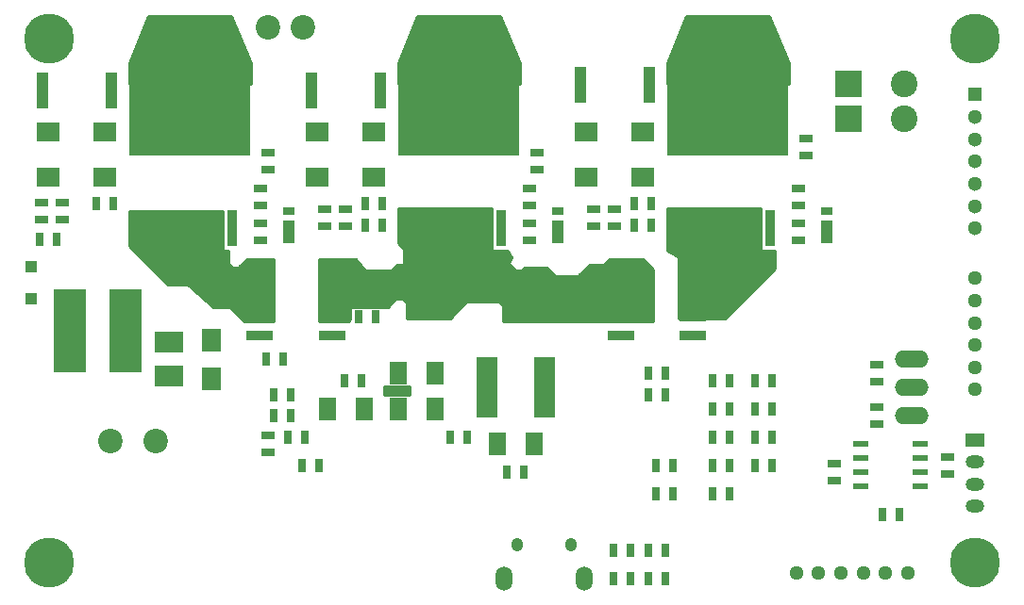
<source format=gbr>
G04 #@! TF.FileFunction,Soldermask,Bot*
%FSLAX46Y46*%
G04 Gerber Fmt 4.6, Leading zero omitted, Abs format (unit mm)*
G04 Created by KiCad (PCBNEW 4.0.7-e1-6374~58~ubuntu14.04.1) date Fri Aug 18 10:51:15 2017*
%MOMM*%
%LPD*%
G01*
G04 APERTURE LIST*
%ADD10C,0.100000*%
%ADD11R,0.635000X1.143000*%
%ADD12R,1.143000X0.635000*%
%ADD13R,2.499360X1.950720*%
%ADD14R,1.849120X5.499100*%
%ADD15R,1.524000X2.032000*%
%ADD16R,1.100000X1.100000*%
%ADD17R,1.699260X2.100580*%
%ADD18R,1.100000X0.800000*%
%ADD19R,1.100000X2.000000*%
%ADD20R,2.159000X1.778000*%
%ADD21O,3.048000X1.524000*%
%ADD22R,2.997200X7.498080*%
%ADD23C,1.300480*%
%ADD24R,1.300000X1.300000*%
%ADD25C,1.300000*%
%ADD26R,1.699260X1.198880*%
%ADD27O,1.699260X1.198880*%
%ADD28R,10.800080X8.150860*%
%ADD29R,0.899160X3.200400*%
%ADD30R,1.000000X3.200000*%
%ADD31R,2.438400X5.588000*%
%ADD32R,2.438400X0.889000*%
%ADD33R,1.399540X0.599440*%
%ADD34O,1.050000X1.250000*%
%ADD35O,1.500000X2.200000*%
%ADD36C,4.500000*%
%ADD37C,2.200000*%
%ADD38R,2.400000X2.400000*%
%ADD39C,2.400000*%
%ADD40C,0.254000*%
G04 APERTURE END LIST*
D10*
D11*
X84582000Y-74930000D03*
X83058000Y-74930000D03*
X106807000Y-71755000D03*
X105283000Y-71755000D03*
D12*
X116205000Y-65278000D03*
X116205000Y-66802000D03*
D11*
X101473000Y-76835000D03*
X102997000Y-76835000D03*
X101473000Y-74295000D03*
X102997000Y-74295000D03*
X97917000Y-76835000D03*
X96393000Y-76835000D03*
X101473000Y-66675000D03*
X102997000Y-66675000D03*
X97282000Y-67945000D03*
X95758000Y-67945000D03*
X95758000Y-66040000D03*
X97282000Y-66040000D03*
X96393000Y-74295000D03*
X97917000Y-74295000D03*
X62103000Y-69850000D03*
X63627000Y-69850000D03*
D12*
X61595000Y-71628000D03*
X61595000Y-73152000D03*
X43180000Y-50673000D03*
X43180000Y-52197000D03*
X68580000Y-51308000D03*
X68580000Y-52832000D03*
X92710000Y-51308000D03*
X92710000Y-52832000D03*
D11*
X101473000Y-71755000D03*
X102997000Y-71755000D03*
X105283000Y-74295000D03*
X106807000Y-74295000D03*
D13*
X52705000Y-63246000D03*
X52705000Y-66294000D03*
D11*
X101473000Y-69215000D03*
X102997000Y-69215000D03*
D14*
X86395560Y-67310000D03*
X81244440Y-67310000D03*
D15*
X70231000Y-69215000D03*
X66929000Y-69215000D03*
X82169000Y-72390000D03*
X85471000Y-72390000D03*
X76581000Y-69215000D03*
X73279000Y-69215000D03*
D11*
X46228000Y-50800000D03*
X47752000Y-50800000D03*
X70358000Y-50800000D03*
X71882000Y-50800000D03*
D15*
X76581000Y-66040000D03*
X73279000Y-66040000D03*
D11*
X94488000Y-50800000D03*
X96012000Y-50800000D03*
D12*
X41275000Y-50673000D03*
X41275000Y-52197000D03*
X66675000Y-51308000D03*
X66675000Y-52832000D03*
X90805000Y-51308000D03*
X90805000Y-52832000D03*
X112395000Y-74168000D03*
X112395000Y-75692000D03*
D16*
X40386000Y-56462000D03*
X40386000Y-59362000D03*
D17*
X56515000Y-63040260D03*
X56515000Y-66499740D03*
D18*
X63500000Y-51455000D03*
D19*
X63500000Y-53355000D03*
D18*
X87630000Y-51455000D03*
D19*
X87630000Y-53355000D03*
D18*
X111760000Y-51455000D03*
D19*
X111760000Y-53355000D03*
D20*
X46990000Y-44323000D03*
X46990000Y-48387000D03*
X41910000Y-48387000D03*
X41910000Y-44323000D03*
X71120000Y-44323000D03*
X71120000Y-48387000D03*
X66040000Y-48387000D03*
X66040000Y-44323000D03*
X95250000Y-44323000D03*
X95250000Y-48387000D03*
X90170000Y-48387000D03*
X90170000Y-44323000D03*
D21*
X119380000Y-69850000D03*
X119380000Y-67310000D03*
X119380000Y-64770000D03*
D22*
X43855640Y-62230000D03*
X48854360Y-62230000D03*
D23*
X112999240Y-84000000D03*
X115000760Y-84000000D03*
X116999740Y-84000000D03*
X119001260Y-84000000D03*
X111000260Y-84000000D03*
X108998740Y-84000000D03*
X125000000Y-63500760D03*
X125000000Y-61499240D03*
X125000000Y-59500260D03*
X125000000Y-57498740D03*
X125000000Y-65499740D03*
X125000000Y-67501260D03*
D24*
X125000000Y-40995440D03*
D25*
X125000000Y-44998480D03*
X125000000Y-42996960D03*
X125000000Y-46997460D03*
X125000000Y-48998980D03*
X125000000Y-51000500D03*
X125000000Y-52999480D03*
D26*
X125000000Y-71997720D03*
D27*
X125000000Y-76000760D03*
X125000000Y-73999240D03*
X125000000Y-77999740D03*
D28*
X54610000Y-42359580D03*
D29*
X58420000Y-52961540D03*
X57150000Y-52961540D03*
X55880000Y-52961540D03*
X53340000Y-52961540D03*
X52070000Y-52961540D03*
X50800000Y-52961540D03*
D28*
X78740000Y-42359580D03*
D29*
X82550000Y-52961540D03*
X81280000Y-52961540D03*
X80010000Y-52961540D03*
X77470000Y-52961540D03*
X76200000Y-52961540D03*
X74930000Y-52961540D03*
D28*
X102870000Y-42359580D03*
D29*
X106680000Y-52961540D03*
X105410000Y-52961540D03*
X104140000Y-52961540D03*
X101600000Y-52961540D03*
X100330000Y-52961540D03*
X99060000Y-52961540D03*
D11*
X106807000Y-66675000D03*
X105283000Y-66675000D03*
X106807000Y-69215000D03*
X105283000Y-69215000D03*
D12*
X116205000Y-70612000D03*
X116205000Y-69088000D03*
D11*
X97282000Y-84455000D03*
X95758000Y-84455000D03*
X94107000Y-84455000D03*
X92583000Y-84455000D03*
X97282000Y-81915000D03*
X95758000Y-81915000D03*
X94107000Y-81915000D03*
X92583000Y-81915000D03*
D30*
X47550000Y-40640000D03*
X41350000Y-40640000D03*
D11*
X63373000Y-71755000D03*
X64897000Y-71755000D03*
X66167000Y-74295000D03*
X64643000Y-74295000D03*
X62103000Y-67945000D03*
X63627000Y-67945000D03*
X94488000Y-52705000D03*
X96012000Y-52705000D03*
X69977000Y-66675000D03*
X68453000Y-66675000D03*
X70358000Y-52705000D03*
X71882000Y-52705000D03*
D12*
X60960000Y-52578000D03*
X60960000Y-54102000D03*
X60960000Y-49403000D03*
X60960000Y-50927000D03*
D30*
X71680000Y-40640000D03*
X65480000Y-40640000D03*
D11*
X41148000Y-53975000D03*
X42672000Y-53975000D03*
D12*
X85090000Y-52578000D03*
X85090000Y-54102000D03*
X85090000Y-50927000D03*
X85090000Y-49403000D03*
D30*
X95810000Y-40132000D03*
X89610000Y-40132000D03*
D12*
X109220000Y-52578000D03*
X109220000Y-54102000D03*
X109220000Y-49403000D03*
X109220000Y-50927000D03*
D11*
X61468000Y-64770000D03*
X62992000Y-64770000D03*
X69723000Y-60960000D03*
X71247000Y-60960000D03*
D31*
X60896500Y-58547000D03*
X67373500Y-58547000D03*
D32*
X60896500Y-62674500D03*
X67373500Y-62674500D03*
D31*
X93281500Y-58547000D03*
X99758500Y-58547000D03*
D32*
X93281500Y-62674500D03*
X99758500Y-62674500D03*
D12*
X122555000Y-75057000D03*
X122555000Y-73533000D03*
D11*
X118237000Y-78740000D03*
X116713000Y-78740000D03*
D33*
X120142000Y-76200000D03*
X114808000Y-76200000D03*
X120142000Y-74930000D03*
X120142000Y-73660000D03*
X120142000Y-72390000D03*
X114808000Y-74930000D03*
X114808000Y-73660000D03*
X114808000Y-72390000D03*
D34*
X83935000Y-81455000D03*
X88785000Y-81455000D03*
D35*
X82760000Y-84455000D03*
X89960000Y-84455000D03*
D12*
X61595000Y-47752000D03*
X61595000Y-46228000D03*
X85725000Y-47752000D03*
X85725000Y-46228000D03*
X109855000Y-46482000D03*
X109855000Y-44958000D03*
D11*
X77978000Y-71755000D03*
X79502000Y-71755000D03*
D36*
X125010000Y-36000000D03*
X42010000Y-36000000D03*
X125010000Y-83000000D03*
X42010000Y-83000000D03*
D37*
X64770000Y-34925000D03*
X61595000Y-34925000D03*
X51562000Y-72136000D03*
X47498000Y-72136000D03*
D38*
X113665000Y-40005000D03*
D39*
X118665000Y-40005000D03*
D38*
X113665000Y-43180000D03*
D39*
X118665000Y-43180000D03*
D40*
G36*
X57531000Y-54864000D02*
X57541006Y-54913410D01*
X57569447Y-54955035D01*
X57611841Y-54982315D01*
X57658000Y-54991000D01*
X58039000Y-54991000D01*
X58039000Y-56134000D01*
X58049006Y-56183410D01*
X58076197Y-56223803D01*
X58330197Y-56477803D01*
X58372211Y-56505666D01*
X58420000Y-56515000D01*
X58928000Y-56515000D01*
X58977410Y-56504994D01*
X59017803Y-56477803D01*
X59742606Y-55753000D01*
X62103000Y-55753000D01*
X62103000Y-61341000D01*
X59488606Y-61341000D01*
X58255803Y-60108197D01*
X58213789Y-60080334D01*
X58166000Y-60071000D01*
X56690285Y-60071000D01*
X54440374Y-58071079D01*
X54396797Y-58045731D01*
X54356000Y-58039000D01*
X52630606Y-58039000D01*
X49149000Y-54557394D01*
X49149000Y-51435000D01*
X57531000Y-51435000D01*
X57531000Y-54864000D01*
X57531000Y-54864000D01*
G37*
X57531000Y-54864000D02*
X57541006Y-54913410D01*
X57569447Y-54955035D01*
X57611841Y-54982315D01*
X57658000Y-54991000D01*
X58039000Y-54991000D01*
X58039000Y-56134000D01*
X58049006Y-56183410D01*
X58076197Y-56223803D01*
X58330197Y-56477803D01*
X58372211Y-56505666D01*
X58420000Y-56515000D01*
X58928000Y-56515000D01*
X58977410Y-56504994D01*
X59017803Y-56477803D01*
X59742606Y-55753000D01*
X62103000Y-55753000D01*
X62103000Y-61341000D01*
X59488606Y-61341000D01*
X58255803Y-60108197D01*
X58213789Y-60080334D01*
X58166000Y-60071000D01*
X56690285Y-60071000D01*
X54440374Y-58071079D01*
X54396797Y-58045731D01*
X54356000Y-58039000D01*
X52630606Y-58039000D01*
X49149000Y-54557394D01*
X49149000Y-51435000D01*
X57531000Y-51435000D01*
X57531000Y-54864000D01*
G36*
X105791000Y-54864000D02*
X105801006Y-54913410D01*
X105829447Y-54955035D01*
X105871841Y-54982315D01*
X105918000Y-54991000D01*
X107061000Y-54991000D01*
X107061000Y-56589394D01*
X102563394Y-61087000D01*
X98425000Y-61087000D01*
X98425000Y-55626000D01*
X98414994Y-55576590D01*
X98386553Y-55534965D01*
X98354796Y-55512408D01*
X97409000Y-55039510D01*
X97409000Y-51181000D01*
X105791000Y-51181000D01*
X105791000Y-54864000D01*
X105791000Y-54864000D01*
G37*
X105791000Y-54864000D02*
X105801006Y-54913410D01*
X105829447Y-54955035D01*
X105871841Y-54982315D01*
X105918000Y-54991000D01*
X107061000Y-54991000D01*
X107061000Y-56589394D01*
X102563394Y-61087000D01*
X98425000Y-61087000D01*
X98425000Y-55626000D01*
X98414994Y-55576590D01*
X98386553Y-55534965D01*
X98354796Y-55512408D01*
X97409000Y-55039510D01*
X97409000Y-51181000D01*
X105791000Y-51181000D01*
X105791000Y-54864000D01*
G36*
X74295000Y-67945000D02*
X72009000Y-67945000D01*
X72009000Y-67183000D01*
X74295000Y-67183000D01*
X74295000Y-67945000D01*
X74295000Y-67945000D01*
G37*
X74295000Y-67945000D02*
X72009000Y-67945000D01*
X72009000Y-67183000D01*
X74295000Y-67183000D01*
X74295000Y-67945000D01*
G36*
X81661000Y-54864000D02*
X81671006Y-54913410D01*
X81699447Y-54955035D01*
X81741841Y-54982315D01*
X81788000Y-54991000D01*
X83005394Y-54991000D01*
X83207626Y-55193232D01*
X83424010Y-55626000D01*
X83198408Y-56077204D01*
X83185260Y-56125872D01*
X83192084Y-56175822D01*
X83222197Y-56223803D01*
X83730197Y-56731803D01*
X83772211Y-56759666D01*
X83820000Y-56769000D01*
X84328000Y-56769000D01*
X84377410Y-56758994D01*
X84417803Y-56731803D01*
X84634606Y-56515000D01*
X86561394Y-56515000D01*
X87286197Y-57239803D01*
X87328211Y-57267666D01*
X87376000Y-57277000D01*
X89408000Y-57277000D01*
X89457410Y-57266994D01*
X89497803Y-57239803D01*
X90476606Y-56261000D01*
X91694000Y-56261000D01*
X91743410Y-56250994D01*
X91783803Y-56223803D01*
X92254606Y-55753000D01*
X95197394Y-55753000D01*
X96139000Y-56694606D01*
X96139000Y-61341000D01*
X82677000Y-61341000D01*
X82677000Y-59944000D01*
X82666994Y-59894590D01*
X82639803Y-59854197D01*
X82385803Y-59600197D01*
X82343789Y-59572334D01*
X82296000Y-59563000D01*
X79502000Y-59563000D01*
X79452590Y-59573006D01*
X79412197Y-59600197D01*
X77925394Y-61087000D01*
X74041000Y-61087000D01*
X74041000Y-59690000D01*
X74030994Y-59640590D01*
X74003803Y-59600197D01*
X73749803Y-59346197D01*
X73707789Y-59318334D01*
X73660000Y-59309000D01*
X73152000Y-59309000D01*
X73102590Y-59319006D01*
X73062197Y-59346197D01*
X72337394Y-60071000D01*
X69088000Y-60071000D01*
X69038590Y-60081006D01*
X68996965Y-60109447D01*
X68969685Y-60151841D01*
X68961000Y-60198000D01*
X68961000Y-61161394D01*
X68781394Y-61341000D01*
X66167000Y-61341000D01*
X66167000Y-55753000D01*
X69532500Y-55753000D01*
X70256400Y-56718200D01*
X70294051Y-56751725D01*
X70358000Y-56769000D01*
X72644000Y-56769000D01*
X72693410Y-56758994D01*
X72733803Y-56731803D01*
X73204606Y-56261000D01*
X73660000Y-56261000D01*
X73709410Y-56250994D01*
X73751035Y-56222553D01*
X73778315Y-56180159D01*
X73787000Y-56134000D01*
X73787000Y-54864000D01*
X73776994Y-54814590D01*
X73749803Y-54774197D01*
X73279000Y-54303394D01*
X73279000Y-51181000D01*
X81661000Y-51181000D01*
X81661000Y-54864000D01*
X81661000Y-54864000D01*
G37*
X81661000Y-54864000D02*
X81671006Y-54913410D01*
X81699447Y-54955035D01*
X81741841Y-54982315D01*
X81788000Y-54991000D01*
X83005394Y-54991000D01*
X83207626Y-55193232D01*
X83424010Y-55626000D01*
X83198408Y-56077204D01*
X83185260Y-56125872D01*
X83192084Y-56175822D01*
X83222197Y-56223803D01*
X83730197Y-56731803D01*
X83772211Y-56759666D01*
X83820000Y-56769000D01*
X84328000Y-56769000D01*
X84377410Y-56758994D01*
X84417803Y-56731803D01*
X84634606Y-56515000D01*
X86561394Y-56515000D01*
X87286197Y-57239803D01*
X87328211Y-57267666D01*
X87376000Y-57277000D01*
X89408000Y-57277000D01*
X89457410Y-57266994D01*
X89497803Y-57239803D01*
X90476606Y-56261000D01*
X91694000Y-56261000D01*
X91743410Y-56250994D01*
X91783803Y-56223803D01*
X92254606Y-55753000D01*
X95197394Y-55753000D01*
X96139000Y-56694606D01*
X96139000Y-61341000D01*
X82677000Y-61341000D01*
X82677000Y-59944000D01*
X82666994Y-59894590D01*
X82639803Y-59854197D01*
X82385803Y-59600197D01*
X82343789Y-59572334D01*
X82296000Y-59563000D01*
X79502000Y-59563000D01*
X79452590Y-59573006D01*
X79412197Y-59600197D01*
X77925394Y-61087000D01*
X74041000Y-61087000D01*
X74041000Y-59690000D01*
X74030994Y-59640590D01*
X74003803Y-59600197D01*
X73749803Y-59346197D01*
X73707789Y-59318334D01*
X73660000Y-59309000D01*
X73152000Y-59309000D01*
X73102590Y-59319006D01*
X73062197Y-59346197D01*
X72337394Y-60071000D01*
X69088000Y-60071000D01*
X69038590Y-60081006D01*
X68996965Y-60109447D01*
X68969685Y-60151841D01*
X68961000Y-60198000D01*
X68961000Y-61161394D01*
X68781394Y-61341000D01*
X66167000Y-61341000D01*
X66167000Y-55753000D01*
X69532500Y-55753000D01*
X70256400Y-56718200D01*
X70294051Y-56751725D01*
X70358000Y-56769000D01*
X72644000Y-56769000D01*
X72693410Y-56758994D01*
X72733803Y-56731803D01*
X73204606Y-56261000D01*
X73660000Y-56261000D01*
X73709410Y-56250994D01*
X73751035Y-56222553D01*
X73778315Y-56180159D01*
X73787000Y-56134000D01*
X73787000Y-54864000D01*
X73776994Y-54814590D01*
X73749803Y-54774197D01*
X73279000Y-54303394D01*
X73279000Y-51181000D01*
X81661000Y-51181000D01*
X81661000Y-54864000D01*
G36*
X60071000Y-38125123D02*
X60071000Y-40005000D01*
X49149000Y-40005000D01*
X49149000Y-38125123D01*
X50885051Y-33909000D01*
X58334949Y-33909000D01*
X60071000Y-38125123D01*
X60071000Y-38125123D01*
G37*
X60071000Y-38125123D02*
X60071000Y-40005000D01*
X49149000Y-40005000D01*
X49149000Y-38125123D01*
X50885051Y-33909000D01*
X58334949Y-33909000D01*
X60071000Y-38125123D01*
G36*
X84201000Y-38125123D02*
X84201000Y-40005000D01*
X73279000Y-40005000D01*
X73279000Y-38125123D01*
X75015051Y-33909000D01*
X82464949Y-33909000D01*
X84201000Y-38125123D01*
X84201000Y-38125123D01*
G37*
X84201000Y-38125123D02*
X84201000Y-40005000D01*
X73279000Y-40005000D01*
X73279000Y-38125123D01*
X75015051Y-33909000D01*
X82464949Y-33909000D01*
X84201000Y-38125123D01*
G36*
X108331000Y-38125123D02*
X108331000Y-40005000D01*
X97409000Y-40005000D01*
X97409000Y-38125123D01*
X99145051Y-33909000D01*
X106594949Y-33909000D01*
X108331000Y-38125123D01*
X108331000Y-38125123D01*
G37*
X108331000Y-38125123D02*
X108331000Y-40005000D01*
X97409000Y-40005000D01*
X97409000Y-38125123D01*
X99145051Y-33909000D01*
X106594949Y-33909000D01*
X108331000Y-38125123D01*
M02*

</source>
